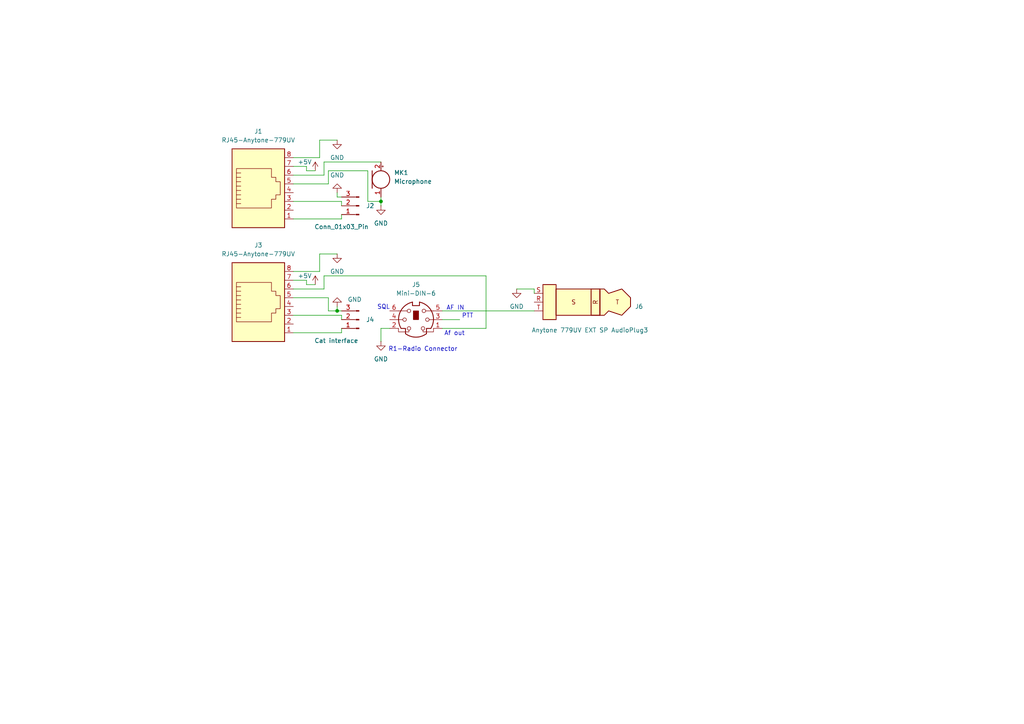
<source format=kicad_sch>
(kicad_sch (version 20250114) (generator "eeschema") (generator_version "9.0")
  (paper "A4")
  (lib_symbols
    (symbol "Connector:Conn_01x03_Pin" (pin_names (offset 1.016) (hide yes))
      (property "Reference" "J" (at 0 5.08 0))
      (property "Value" "Conn_01x03_Pin" (at 0 -5.08 0))
      (symbol "Conn_01x03_Pin_1_1"
        (rectangle (start 0.8636 2.667) (end 0 2.413) (stroke (width 0.1524)) (fill (type outline)))
        (rectangle (start 0.8636 0.127) (end 0 -0.127) (stroke (width 0.1524)) (fill (type outline)))
        (rectangle (start 0.8636 -2.413) (end 0 -2.667) (stroke (width 0.1524)) (fill (type outline)))
        (polyline (pts (xy 1.27 2.54) (xy 0.8636 2.54)) (stroke (width 0.1524)))
        (polyline (pts (xy 1.27 0) (xy 0.8636 0)) (stroke (width 0.1524)))
        (polyline (pts (xy 1.27 -2.54) (xy 0.8636 -2.54)) (stroke (width 0.1524)))
        (pin passive line (at 5.08 2.54 180) (length 3.81) (name "Pin_1") (number "1"))
        (pin passive line (at 5.08 0 180) (length 3.81) (name "Pin_2") (number "2"))
        (pin passive line (at 5.08 -2.54 180) (length 3.81) (name "Pin_3") (number "3"))
      )
    )
    (symbol "Connector:Mini-DIN-6" (pin_names (offset 1.016))
      (property "Reference" "J" (at 0 6.35 0))
      (property "Value" "Mini-DIN-6" (at 0 -6.35 0))
      (symbol "Mini-DIN-6_0_1"
        (polyline (pts (xy -4.318 -2.54) (xy -3.048 -2.54) (xy -3.048 -4.064)) (stroke (width 0.254)))
        (polyline (pts (xy -3.81 0) (xy -5.08 0)))
        (circle (center -3.302 0) (radius 0.508))
        (polyline (pts (xy -2.54 2.54) (xy -5.08 2.54)))
        (circle (center -2.032 2.54) (radius 0.508))
        (circle (center -2.032 -2.54) (radius 0.508))
        (polyline (pts (xy -2.032 -3.048) (xy -2.032 -3.556) (xy -5.08 -3.556) (xy -5.08 -2.54)))
        (polyline (pts (xy -1.016 5.08) (xy -1.016 4.064) (xy 1.016 4.064) (xy 1.016 5.08)) (stroke (width 0.254)))
        (rectangle (start -0.762 2.54) (end 0.762 0) (fill (type outline)))
        (arc (start 3.048 -4.064) (mid 0 -5.08) (end -3.048 -4.064) (stroke (width 0.254)))
        (arc (start 1.016 5.08) (mid 4.6646 2.1356) (end 4.318 -2.54) (stroke (width 0.254)))
        (arc (start -4.318 -2.54) (mid -4.6241 2.1181) (end -1.016 5.08) (stroke (width 0.254)))
        (circle (center 2.032 -2.54) (radius 0.508))
        (polyline (pts (xy 2.032 -3.048) (xy 2.032 -3.556) (xy 5.08 -3.556) (xy 5.08 -2.54)))
        (circle (center 2.286 2.54) (radius 0.508))
        (polyline (pts (xy 2.794 2.54) (xy 5.08 2.54)))
        (circle (center 3.302 0) (radius 0.508))
        (polyline (pts (xy 4.318 -2.54) (xy 3.048 -2.54) (xy 3.048 -4.064)) (stroke (width 0.254)))
        (polyline (pts (xy 5.08 0) (xy 3.81 0)))
      )
      (symbol "Mini-DIN-6_1_1"
        (pin passive line (at -7.62 2.54 0) (length 2.54) (name "~") (number "6"))
        (pin passive line (at -7.62 0 0) (length 2.54) (name "~") (number "4"))
        (pin passive line (at -7.62 -2.54 0) (length 2.54) (name "~") (number "2"))
        (pin passive line (at 7.62 2.54 180) (length 2.54) (name "~") (number "5"))
        (pin passive line (at 7.62 0 180) (length 2.54) (name "~") (number "3"))
        (pin passive line (at 7.62 -2.54 180) (length 2.54) (name "~") (number "1"))
      )
    )
    (symbol "Connector:RJ45" (pin_names (offset 1.016))
      (property "Reference" "J" (at -5.08 13.97 0))
      (property "Value" "RJ45" (at 2.54 13.97 0))
      (symbol "RJ45_0_1"
        (polyline (pts (xy -6.35 1.905) (xy -5.08 1.905) (xy -5.08 1.905)))
        (polyline (pts (xy -6.35 0.635) (xy -5.08 0.635) (xy -5.08 0.635)))
        (polyline (pts (xy -6.35 -0.635) (xy -5.08 -0.635) (xy -5.08 -0.635)))
        (polyline (pts (xy -6.35 -1.905) (xy -5.08 -1.905) (xy -5.08 -1.905)))
        (polyline (pts (xy -6.35 -3.175) (xy -5.08 -3.175) (xy -5.08 -3.175)))
        (polyline (pts (xy -6.35 -4.445) (xy -6.35 6.985) (xy 3.81 6.985) (xy 3.81 4.445) (xy 5.08 4.445) (xy 5.08 3.175) (xy 6.35 3.175) (xy 6.35 -0.635) (xy 5.08 -0.635) (xy 5.08 -1.905) (xy 3.81 -1.905) (xy 3.81 -4.445) (xy -6.35 -4.445) (xy -6.35 -4.445)))
        (polyline (pts (xy -5.08 5.715) (xy -6.35 5.715)))
        (polyline (pts (xy -5.08 4.445) (xy -6.35 4.445)))
        (polyline (pts (xy -5.08 3.175) (xy -6.35 3.175) (xy -6.35 3.175)))
        (rectangle (start 7.62 12.7) (end -7.62 -10.16) (stroke (width 0.254)) (fill (type background)))
      )
      (symbol "RJ45_1_1"
        (pin passive line (at 10.16 10.16 180) (length 2.54) (name "~") (number "8"))
        (pin passive line (at 10.16 7.62 180) (length 2.54) (name "~") (number "7"))
        (pin passive line (at 10.16 5.08 180) (length 2.54) (name "~") (number "6"))
        (pin passive line (at 10.16 2.54 180) (length 2.54) (name "~") (number "5"))
        (pin passive line (at 10.16 0 180) (length 2.54) (name "~") (number "4"))
        (pin passive line (at 10.16 -2.54 180) (length 2.54) (name "~") (number "3"))
        (pin passive line (at 10.16 -5.08 180) (length 2.54) (name "~") (number "2"))
        (pin passive line (at 10.16 -7.62 180) (length 2.54) (name "~") (number "1"))
      )
    )
    (symbol "Connector_Audio:AudioPlug3"
      (property "Reference" "J" (at 1.27 6.35 0))
      (property "Value" "AudioPlug3" (at 1.27 -6.35 0))
      (symbol "AudioPlug3_0_0"
        (text "R" (at -2.54 0 900) (effects (font (size 1.27 1.27))))
      )
      (symbol "AudioPlug3_0_1"
        (rectangle (start -3.81 3.81) (end -1.27 -3.81) (stroke (width 0.254)))
        (rectangle (start -1.27 -1.27) (end -1.27 -1.27))
      )
      (symbol "AudioPlug3_1_0"
        (text "T" (at -8.89 0 0) (effects (font (size 1.27 1.27))))
        (text "S" (at 3.81 0 0) (effects (font (size 1.27 1.27))))
      )
      (symbol "AudioPlug3_1_1"
        (rectangle (start -3.81 3.81) (end 8.89 -3.81) (stroke (width 0.254)) (fill (type background)))
        (polyline (pts (xy -3.81 3.81) (xy -5.08 3.81) (xy -6.35 2.54) (xy -10.16 3.81) (xy -12.7 1.27) (xy -12.7 -1.27) (xy -10.16 -3.81) (xy -6.35 -2.54) (xy -5.08 -3.81) (xy -3.81 -3.81) (xy -3.81 3.81)) (stroke (width 0.254)) (fill (type background)))
        (rectangle (start 12.7 5.08) (end 8.89 -5.08) (stroke (width 0.254)) (fill (type background)))
        (pin passive line (at 15.24 2.54 180) (length 2.54) (name "~") (number "S"))
        (pin passive line (at 15.24 0 180) (length 2.54) (name "~") (number "R"))
        (pin passive line (at 15.24 -2.54 180) (length 2.54) (name "~") (number "T"))
      )
    )
    (symbol "Device:Microphone" (pin_names (offset 0.0254) (hide yes))
      (property "Reference" "MK" (at -3.81 1.27 0))
      (property "Value" "Microphone" (at -3.81 -0.635 0))
      (symbol "Microphone_0_1"
        (polyline (pts (xy -2.54 2.54) (xy -2.54 -2.54)) (stroke (width 0.254)))
        (circle (center 0 0) (radius 2.54) (stroke (width 0.254)))
        (polyline (pts (xy 0.254 3.81) (xy 0.762 3.81)))
        (polyline (pts (xy 0.508 4.064) (xy 0.508 3.556)))
      )
      (symbol "Microphone_1_1"
        (pin passive line (at 0 5.08 270) (length 2.54) (name "+") (number "2"))
        (pin passive line (at 0 -5.08 90) (length 2.54) (name "-") (number "1"))
      )
    )
    (symbol "power:+5V" (power) (pin_numbers (hide yes)) (pin_names (offset 0) (hide yes))
      (property "Value" "+5V" (at 0 3.556 0))
      (symbol "+5V_0_1"
        (polyline (pts (xy -0.762 1.27) (xy 0 2.54)))
        (polyline (pts (xy 0 2.54) (xy 0.762 1.27)))
        (polyline (pts (xy 0 0) (xy 0 2.54)))
      )
      (symbol "+5V_1_1"
        (pin power_in line (at 0 0 90) (length 0) (name "~") (number "1"))
      )
    )
    (symbol "power:GND" (power) (pin_numbers (hide yes)) (pin_names (offset 0) (hide yes))
      (property "Value" "GND" (at 0 -3.81 0))
      (symbol "GND_0_1"
        (polyline (pts (xy 0 0) (xy 0 -1.27) (xy 1.27 -1.27) (xy 0 -2.54) (xy -1.27 -1.27) (xy 0 -1.27)))
      )
      (symbol "GND_1_1"
        (pin power_in line (at 0 0 270) (length 0) (name "~") (number "1"))
      )
    )
  )
  (text "SQL" (at 111.252 89.154 0) (effects (font (size 1.27 1.27))))
  (text "AF IN" (at 132.08 89.408 0) (effects (font (size 1.27 1.27))))
  (text "Af out" (at 131.826 96.774 0) (effects (font (size 1.27 1.27))))
  (text "R1-Radio Connector" (at 122.682 101.346 0) (effects (font (size 1.27 1.27))))
  (text "PTT" (at 135.636 91.694 0) (effects (font (size 1.27 1.27))))
  (junction (at 97.79 90.17))
  (junction (at 110.49 58.42))
  (wire (pts (xy 93.98 80.01) (xy 93.98 83.82)))
  (wire (pts (xy 154.94 85.09) (xy 154.94 83.82)))
  (wire (pts (xy 93.98 50.8) (xy 85.09 50.8)))
  (wire (pts (xy 85.09 81.28) (xy 88.9 81.28)))
  (wire (pts (xy 95.25 49.53) (xy 95.25 53.34)))
  (wire (pts (xy 99.06 57.15) (xy 97.79 57.15)))
  (wire (pts (xy 92.71 78.74) (xy 85.09 78.74)))
  (wire (pts (xy 85.09 91.44) (xy 99.06 91.44)))
  (wire (pts (xy 85.09 96.52) (xy 99.06 96.52)))
  (wire (pts (xy 88.9 49.53) (xy 91.44 49.53)))
  (wire (pts (xy 88.9 81.28) (xy 88.9 82.55)))
  (wire (pts (xy 93.98 46.99) (xy 110.49 46.99)))
  (wire (pts (xy 99.06 58.42) (xy 99.06 59.69)))
  (wire (pts (xy 92.71 73.66) (xy 92.71 78.74)))
  (wire (pts (xy 110.49 58.42) (xy 110.49 59.69)))
  (wire (pts (xy 106.68 49.53) (xy 106.68 58.42)))
  (wire (pts (xy 99.06 96.52) (xy 99.06 95.25)))
  (wire (pts (xy 99.06 91.44) (xy 99.06 92.71)))
  (wire (pts (xy 95.25 86.36) (xy 95.25 90.17)))
  (wire (pts (xy 128.27 92.71) (xy 133.35 92.71)))
  (wire (pts (xy 99.06 63.5) (xy 99.06 62.23)))
  (wire (pts (xy 140.97 80.01) (xy 140.97 95.25)))
  (wire (pts (xy 95.25 53.34) (xy 85.09 53.34)))
  (wire (pts (xy 92.71 45.72) (xy 85.09 45.72)))
  (wire (pts (xy 93.98 80.01) (xy 140.97 80.01)))
  (wire (pts (xy 113.03 95.25) (xy 110.49 95.25)))
  (wire (pts (xy 85.09 63.5) (xy 99.06 63.5)))
  (wire (pts (xy 88.9 48.26) (xy 88.9 49.53)))
  (wire (pts (xy 95.25 86.36) (xy 85.09 86.36)))
  (wire (pts (xy 99.06 90.17) (xy 97.79 90.17)))
  (wire (pts (xy 110.49 57.15) (xy 110.49 58.42)))
  (wire (pts (xy 85.09 58.42) (xy 99.06 58.42)))
  (wire (pts (xy 106.68 58.42) (xy 110.49 58.42)))
  (wire (pts (xy 140.97 95.25) (xy 128.27 95.25)))
  (wire (pts (xy 88.9 82.55) (xy 91.44 82.55)))
  (wire (pts (xy 93.98 83.82) (xy 85.09 83.82)))
  (wire (pts (xy 93.98 46.99) (xy 93.98 50.8)))
  (wire (pts (xy 85.09 48.26) (xy 88.9 48.26)))
  (wire (pts (xy 110.49 95.25) (xy 110.49 99.06)))
  (wire (pts (xy 97.79 57.15) (xy 97.79 55.88)))
  (wire (pts (xy 128.27 90.17) (xy 154.94 90.17)))
  (wire (pts (xy 95.25 49.53) (xy 106.68 49.53)))
  (wire (pts (xy 154.94 83.82) (xy 149.86 83.82)))
  (wire (pts (xy 92.71 40.64) (xy 97.79 40.64)))
  (wire (pts (xy 95.25 90.17) (xy 97.79 90.17)))
  (wire (pts (xy 92.71 73.66) (xy 97.79 73.66)))
  (wire (pts (xy 97.79 90.17) (xy 97.79 88.9)))
  (wire (pts (xy 92.71 40.64) (xy 92.71 45.72)))
  (symbol (lib_id "power:+5V") (at 91.44 82.55 0) (unit 1)
    (property "Reference" "#PWR05" (effects (hide yes)))
    (property "Value" "+5V" (at 88.392 80.01 0))
    (property "Description" "Power symbol creates a global label with name \"+5V\"" (effects (hide yes)))
  )
  (symbol (lib_id "power:GND") (at 110.49 59.69 0) (unit 1)
    (property "Reference" "#PWR02" (effects (hide yes)))
    (property "Value" "GND" (at 110.49 64.77 0))
    (property "Description" "Power symbol creates a global label with name \"GND\" , ground" (effects (hide yes)))
  )
  (symbol (lib_id "Connector:Mini-DIN-6") (at 120.65 92.71 0) (unit 1)
    (property "Reference" "J5" (at 120.6677 82.55 0))
    (property "Value" "Mini-DIN-6" (at 120.6677 85.09 0))
    (property "Datasheet" "http://service.powerdynamics.com/ec/Catalog17/Section%2011.pdf" (effects (hide yes)))
    (property "Description" "6-pin Mini-DIN connector" (effects (hide yes)))
  )
  (symbol (lib_id "power:GND") (at 110.49 99.06 0) (unit 1)
    (property "Reference" "#PWR09" (effects (hide yes)))
    (property "Value" "GND" (at 110.49 104.14 0))
    (property "Description" "Power symbol creates a global label with name \"GND\" , ground" (effects (hide yes)))
  )
  (symbol (lib_id "power:GND") (at 97.79 88.9 180) (unit 1)
    (property "Reference" "#PWR07" (effects (hide yes)))
    (property "Value" "GND" (at 102.87 86.868 0))
    (property "Description" "Power symbol creates a global label with name \"GND\" , ground" (effects (hide yes)))
  )
  (symbol (lib_id "Device:Microphone") (at 110.49 52.07 0) (unit 1)
    (property "Reference" "MK1" (at 114.3 50.1014 0) (effects (justify left)))
    (property "Value" "Microphone" (at 114.3 52.6414 0) (effects (justify left)))
    (property "Description" "Microphone" (effects (hide yes)))
  )
  (symbol (lib_id "power:GND") (at 97.79 73.66 0) (unit 1)
    (property "Reference" "#PWR06" (effects (hide yes)))
    (property "Value" "GND" (at 97.79 78.74 0))
    (property "Description" "Power symbol creates a global label with name \"GND\" , ground" (effects (hide yes)))
  )
  (symbol (lib_id "power:GND") (at 149.86 83.82 0) (unit 1)
    (property "Reference" "#PWR08" (effects (hide yes)))
    (property "Value" "GND" (at 149.86 88.9 0))
    (property "Description" "Power symbol creates a global label with name \"GND\" , ground" (effects (hide yes)))
  )
  (symbol (lib_id "Connector:RJ45") (at 74.93 55.88 0) (unit 1)
    (property "Reference" "J1" (at 74.93 38.1 0))
    (property "Value" "RJ45-Anytone-779UV" (at 74.93 40.64 0))
    (property "Description" "RJ connector, 8P8C (8 positions 8 connected)" (effects (hide yes)))
  )
  (symbol (lib_id "power:GND") (at 97.79 40.64 0) (unit 1)
    (property "Reference" "#PWR01" (effects (hide yes)))
    (property "Value" "GND" (at 97.79 45.72 0))
    (property "Description" "Power symbol creates a global label with name \"GND\" , ground" (effects (hide yes)))
  )
  (symbol (lib_id "Connector:RJ45") (at 74.93 88.9 0) (unit 1)
    (property "Reference" "J3" (at 74.93 71.12 0))
    (property "Value" "RJ45-Anytone-779UV" (at 74.93 73.66 0))
    (property "Description" "RJ connector, 8P8C (8 positions 8 connected)" (effects (hide yes)))
  )
  (symbol (lib_id "Connector:Conn_01x03_Pin") (at 104.14 59.69 180) (unit 1)
    (property "Reference" "J2" (at 106.172 59.69 0) (effects (justify right)))
    (property "Value" "Conn_01x03_Pin" (at 91.186 65.786 0) (effects (justify right)))
    (property "Description" "Generic connector, single row, 01x03, script generated" (effects (hide yes)))
  )
  (symbol (lib_id "power:GND") (at 97.79 55.88 180) (unit 1)
    (property "Reference" "#PWR03" (effects (hide yes)))
    (property "Value" "GND" (at 97.79 50.8 0))
    (property "Description" "Power symbol creates a global label with name \"GND\" , ground" (effects (hide yes)))
  )
  (symbol (lib_id "Connector:Conn_01x03_Pin") (at 104.14 92.71 180) (unit 1)
    (property "Reference" "J4" (at 106.172 92.71 0) (effects (justify right)))
    (property "Value" "Cat interface" (at 91.186 98.806 0) (effects (justify right)))
    (property "Description" "Generic connector, single row, 01x03, script generated" (effects (hide yes)))
  )
  (symbol (lib_id "Connector_Audio:AudioPlug3") (at 170.18 87.63 0) (mirror y) (unit 1)
    (property "Reference" "J6" (at 184.15 88.9001 0) (effects (justify right)))
    (property "Value" "Anytone 779UV EXT SP AudioPlug3" (at 154.178 95.758 0) (effects (justify right)))
    (property "Description" "Audio Jack, 3 Poles (Stereo / TRS)" (effects (hide yes)))
  )
  (symbol (lib_id "power:+5V") (at 91.44 49.53 0) (unit 1)
    (property "Reference" "#PWR04" (effects (hide yes)))
    (property "Value" "+5V" (at 88.392 46.99 0))
    (property "Description" "Power symbol creates a global label with name \"+5V\"" (effects (hide yes)))
  )
)
</source>
